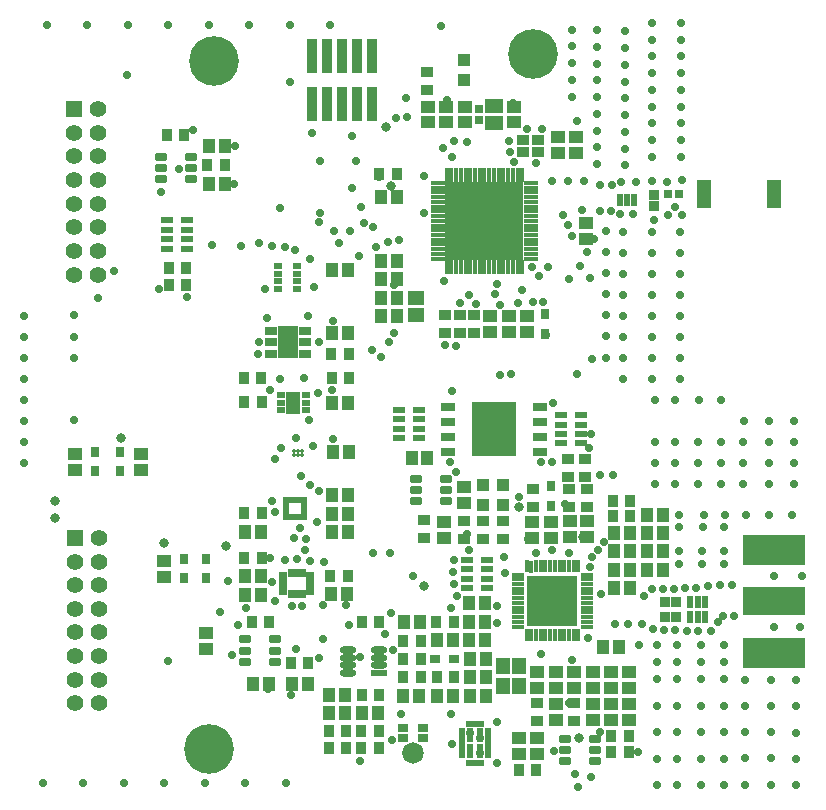
<source format=gts>
G04*
G04 #@! TF.GenerationSoftware,Altium Limited,Altium Designer,19.1.6 (110)*
G04*
G04 Layer_Color=8388736*
%FSLAX43Y43*%
%MOMM*%
G71*
G01*
G75*
%ADD36R,0.950X0.700*%
%ADD41R,0.700X0.950*%
%ADD42R,1.000X1.000*%
%ADD68R,1.303X2.403*%
%ADD69R,1.203X1.403*%
%ADD70R,4.203X4.203*%
%ADD71R,1.113X0.423*%
%ADD72R,0.423X1.113*%
%ADD73R,1.103X0.903*%
%ADD74R,1.153X1.053*%
%ADD75R,0.903X1.103*%
%ADD76R,1.103X0.628*%
%ADD77R,0.503X1.003*%
%ADD78R,5.283X2.616*%
%ADD79R,5.283X2.489*%
%ADD80R,0.963X0.923*%
G04:AMPARAMS|DCode=81|XSize=0.753mm|YSize=1.003mm|CornerRadius=0.151mm|HoleSize=0mm|Usage=FLASHONLY|Rotation=270.000|XOffset=0mm|YOffset=0mm|HoleType=Round|Shape=RoundedRectangle|*
%AMROUNDEDRECTD81*
21,1,0.753,0.701,0,0,270.0*
21,1,0.451,1.003,0,0,270.0*
1,1,0.302,-0.351,-0.226*
1,1,0.302,-0.351,0.226*
1,1,0.302,0.351,0.226*
1,1,0.302,0.351,-0.226*
%
%ADD81ROUNDEDRECTD81*%
%ADD82R,1.053X1.153*%
%ADD83R,0.603X1.153*%
%ADD84R,1.503X0.553*%
%ADD85R,0.553X2.503*%
%ADD86R,0.953X0.725*%
%ADD87R,0.503X0.553*%
%ADD88R,0.553X0.503*%
%ADD89R,0.703X0.553*%
%ADD90R,1.803X2.703*%
%ADD91R,1.053X0.653*%
%ADD92R,1.303X1.903*%
%ADD93R,0.803X0.553*%
%ADD94C,0.351*%
%ADD95R,3.703X4.603*%
%ADD96R,1.153X0.653*%
%ADD97R,1.453X1.203*%
%ADD98R,6.603X6.603*%
%ADD99R,1.173X0.423*%
%ADD100R,0.423X1.173*%
%ADD101R,0.503X0.503*%
%ADD102R,0.803X0.703*%
%ADD103R,0.923X0.963*%
%ADD104R,1.053X0.953*%
%ADD105R,1.593X1.193*%
%ADD106R,0.703X0.803*%
%ADD107R,0.965X2.997*%
%ADD108R,0.803X0.503*%
%ADD109R,0.503X0.803*%
%ADD110R,1.423X0.603*%
%ADD111O,1.423X0.603*%
%ADD112C,1.828*%
%ADD113C,1.403*%
%ADD114R,1.403X1.403*%
%ADD115C,4.203*%
%ADD116C,0.703*%
%ADD117C,0.803*%
D36*
X67725Y12750D02*
D03*
X69375D02*
D03*
D41*
X48350Y19575D02*
D03*
Y21225D02*
D03*
X46550Y19575D02*
D03*
Y21225D02*
D03*
X77076Y41925D02*
D03*
Y40275D02*
D03*
X38950Y30275D02*
D03*
Y28625D02*
D03*
X41100Y30275D02*
D03*
Y28625D02*
D03*
X77550Y27375D02*
D03*
Y25725D02*
D03*
D42*
X71838Y27514D02*
D03*
Y25814D02*
D03*
X73550Y27514D02*
D03*
Y25814D02*
D03*
X70250Y61800D02*
D03*
Y63500D02*
D03*
D68*
X90550Y52150D02*
D03*
X96450D02*
D03*
D69*
X73560Y12190D02*
D03*
Y10490D02*
D03*
X74860D02*
D03*
Y12190D02*
D03*
D70*
X77710Y17700D02*
D03*
D71*
X74810Y15500D02*
D03*
Y15900D02*
D03*
Y16300D02*
D03*
Y16700D02*
D03*
Y17100D02*
D03*
Y17500D02*
D03*
Y17900D02*
D03*
Y18300D02*
D03*
Y18700D02*
D03*
Y19100D02*
D03*
Y19500D02*
D03*
Y19900D02*
D03*
X80610D02*
D03*
Y19500D02*
D03*
Y19100D02*
D03*
Y18700D02*
D03*
Y18300D02*
D03*
Y17900D02*
D03*
Y17500D02*
D03*
Y17100D02*
D03*
Y16700D02*
D03*
Y16300D02*
D03*
Y15900D02*
D03*
Y15500D02*
D03*
D72*
X75510Y20600D02*
D03*
X75910Y20550D02*
D03*
X76310Y20600D02*
D03*
X76710D02*
D03*
X77110D02*
D03*
X77510D02*
D03*
X77910D02*
D03*
X78310D02*
D03*
X78710D02*
D03*
X79110D02*
D03*
X79510D02*
D03*
X79910D02*
D03*
Y14800D02*
D03*
X79510D02*
D03*
X79110D02*
D03*
X78710D02*
D03*
X78310D02*
D03*
X77910D02*
D03*
X77510D02*
D03*
X77110D02*
D03*
X76710D02*
D03*
X76310D02*
D03*
X75910D02*
D03*
X75510D02*
D03*
D73*
X73550Y22950D02*
D03*
Y24450D02*
D03*
X71850Y22950D02*
D03*
Y24450D02*
D03*
X70200Y24450D02*
D03*
Y22950D02*
D03*
X66850Y23000D02*
D03*
Y24500D02*
D03*
X79150Y25650D02*
D03*
Y27150D02*
D03*
X80650Y25635D02*
D03*
Y27135D02*
D03*
X79550Y9000D02*
D03*
Y7500D02*
D03*
X76400Y7500D02*
D03*
Y9000D02*
D03*
X79050Y28160D02*
D03*
Y29660D02*
D03*
X76050Y27100D02*
D03*
Y25600D02*
D03*
X80500Y28150D02*
D03*
Y29650D02*
D03*
X71060Y40350D02*
D03*
Y41850D02*
D03*
X69850Y40350D02*
D03*
Y41850D02*
D03*
X68640Y41850D02*
D03*
Y40350D02*
D03*
X67100Y62450D02*
D03*
Y60950D02*
D03*
D74*
X79160Y24425D02*
D03*
Y23075D02*
D03*
X80660D02*
D03*
Y24425D02*
D03*
X77560Y24375D02*
D03*
Y23025D02*
D03*
X68500Y22975D02*
D03*
Y24325D02*
D03*
X84222Y11675D02*
D03*
Y10325D02*
D03*
X82662Y10325D02*
D03*
Y11675D02*
D03*
X81101Y10325D02*
D03*
Y11675D02*
D03*
X79541Y10325D02*
D03*
Y11675D02*
D03*
X77981Y10325D02*
D03*
Y11675D02*
D03*
X76420Y10325D02*
D03*
Y11675D02*
D03*
X84222Y8915D02*
D03*
Y7565D02*
D03*
X82661Y7565D02*
D03*
Y8915D02*
D03*
X81101Y7565D02*
D03*
Y8915D02*
D03*
X77981Y7565D02*
D03*
Y8915D02*
D03*
X76400Y6025D02*
D03*
Y4675D02*
D03*
X74840Y6025D02*
D03*
Y4675D02*
D03*
X48400Y13625D02*
D03*
Y14975D02*
D03*
X44800Y19675D02*
D03*
Y21025D02*
D03*
X75566Y40475D02*
D03*
Y41825D02*
D03*
X74006Y40475D02*
D03*
Y41825D02*
D03*
X72446Y40475D02*
D03*
Y41825D02*
D03*
X80550Y48325D02*
D03*
Y49675D02*
D03*
X79700Y56925D02*
D03*
Y55575D02*
D03*
X78140Y56925D02*
D03*
Y55575D02*
D03*
X74410Y59525D02*
D03*
Y58175D02*
D03*
X70279Y59525D02*
D03*
Y58175D02*
D03*
X68719Y59525D02*
D03*
Y58175D02*
D03*
X67159Y59525D02*
D03*
Y58175D02*
D03*
X42850Y28775D02*
D03*
Y30125D02*
D03*
X37300Y30075D02*
D03*
Y28725D02*
D03*
X70201Y25975D02*
D03*
Y27325D02*
D03*
X76000Y23025D02*
D03*
Y24375D02*
D03*
D75*
X82800Y24850D02*
D03*
X84300D02*
D03*
X82800Y26150D02*
D03*
X84300D02*
D03*
X84150Y6200D02*
D03*
X82650D02*
D03*
X84150Y4900D02*
D03*
X82650D02*
D03*
X67850Y15900D02*
D03*
X69350D02*
D03*
X65050Y14300D02*
D03*
X66550D02*
D03*
X66550Y12750D02*
D03*
X65050D02*
D03*
X67900Y11200D02*
D03*
X69400D02*
D03*
X65050Y11200D02*
D03*
X66550D02*
D03*
X76350Y3365D02*
D03*
X74850D02*
D03*
X61550Y9700D02*
D03*
X63050D02*
D03*
X61500Y6650D02*
D03*
X63000D02*
D03*
X60250Y6650D02*
D03*
X58750D02*
D03*
X63000Y5250D02*
D03*
X61500D02*
D03*
X58750Y5250D02*
D03*
X60250D02*
D03*
X53100Y21300D02*
D03*
X51600D02*
D03*
X52250Y15900D02*
D03*
X53750D02*
D03*
X57050Y12450D02*
D03*
X55550D02*
D03*
X53100Y25150D02*
D03*
X51600D02*
D03*
X61550Y15900D02*
D03*
X63050D02*
D03*
X60400Y19800D02*
D03*
X58900D02*
D03*
X60500Y36500D02*
D03*
X59000D02*
D03*
X58950Y38550D02*
D03*
X60450D02*
D03*
X64550Y53800D02*
D03*
X63050D02*
D03*
X46700Y45850D02*
D03*
X45200D02*
D03*
X46700Y44390D02*
D03*
X45200D02*
D03*
X48500Y54550D02*
D03*
X50000D02*
D03*
X46550Y57150D02*
D03*
X45050D02*
D03*
X51600Y34550D02*
D03*
X53100D02*
D03*
X51550Y36500D02*
D03*
X53050D02*
D03*
D76*
X70500Y21160D02*
D03*
X70500Y20360D02*
D03*
Y19560D02*
D03*
Y18760D02*
D03*
X72200D02*
D03*
Y19560D02*
D03*
Y20360D02*
D03*
Y21160D02*
D03*
X66450Y33850D02*
D03*
Y33050D02*
D03*
Y32250D02*
D03*
Y31450D02*
D03*
X64750D02*
D03*
Y32250D02*
D03*
Y33050D02*
D03*
X64750Y33850D02*
D03*
X80150Y33400D02*
D03*
Y32600D02*
D03*
Y31800D02*
D03*
Y31000D02*
D03*
X78450D02*
D03*
Y31800D02*
D03*
Y32600D02*
D03*
X78450Y33400D02*
D03*
X46800Y49900D02*
D03*
Y49100D02*
D03*
Y48300D02*
D03*
Y47500D02*
D03*
X45100D02*
D03*
Y48300D02*
D03*
Y49100D02*
D03*
X45100Y49900D02*
D03*
D77*
X90660Y17600D02*
D03*
X90010D02*
D03*
X89360D02*
D03*
Y16300D02*
D03*
X90010D02*
D03*
X90660D02*
D03*
D78*
X96500Y22013D02*
D03*
Y13250D02*
D03*
D79*
Y17632D02*
D03*
D80*
X88190Y17560D02*
D03*
X87210D02*
D03*
X88190Y16300D02*
D03*
X87210D02*
D03*
D81*
X81325Y4100D02*
D03*
Y5050D02*
D03*
Y6000D02*
D03*
X78775D02*
D03*
Y5050D02*
D03*
Y4100D02*
D03*
X51675Y12500D02*
D03*
Y13450D02*
D03*
Y14400D02*
D03*
X54225D02*
D03*
Y13450D02*
D03*
Y12500D02*
D03*
X66125Y26110D02*
D03*
Y27060D02*
D03*
Y28010D02*
D03*
X68675D02*
D03*
Y27060D02*
D03*
Y26110D02*
D03*
X47125Y55250D02*
D03*
Y54300D02*
D03*
Y53350D02*
D03*
X44575D02*
D03*
Y54300D02*
D03*
Y55250D02*
D03*
D82*
X72025Y17450D02*
D03*
X70675D02*
D03*
X70675Y15890D02*
D03*
X72025D02*
D03*
X65125Y15900D02*
D03*
X66475D02*
D03*
X70675Y14329D02*
D03*
X72025D02*
D03*
X69265Y14350D02*
D03*
X67915D02*
D03*
X70725Y12769D02*
D03*
X72075D02*
D03*
X70725Y11209D02*
D03*
X72075D02*
D03*
X72075Y9600D02*
D03*
X70725D02*
D03*
X69315Y9600D02*
D03*
X67965D02*
D03*
X65075Y9600D02*
D03*
X66425D02*
D03*
X62925Y8150D02*
D03*
X61575D02*
D03*
X58815Y9710D02*
D03*
X60165D02*
D03*
X58815Y8150D02*
D03*
X60165D02*
D03*
X53025Y19800D02*
D03*
X51675D02*
D03*
X53025Y18200D02*
D03*
X51675D02*
D03*
X57025Y10650D02*
D03*
X55675D02*
D03*
X53675Y10640D02*
D03*
X52325D02*
D03*
X53025Y23500D02*
D03*
X51675D02*
D03*
X60325Y18250D02*
D03*
X58975D02*
D03*
X59075Y26600D02*
D03*
X60425D02*
D03*
X59075Y25040D02*
D03*
X60425D02*
D03*
X59075Y23479D02*
D03*
X60425D02*
D03*
X59125Y30250D02*
D03*
X60475D02*
D03*
X59075Y34450D02*
D03*
X60425D02*
D03*
X59075Y40350D02*
D03*
X60425D02*
D03*
X67125Y29800D02*
D03*
X65775D02*
D03*
X59050Y45650D02*
D03*
X60400D02*
D03*
X63225Y46450D02*
D03*
X64575D02*
D03*
X63225Y44890D02*
D03*
X64575D02*
D03*
X63225Y43329D02*
D03*
X64575D02*
D03*
X63225Y41769D02*
D03*
X64575D02*
D03*
X63225Y51850D02*
D03*
X64575D02*
D03*
X49975Y53000D02*
D03*
X48625D02*
D03*
X49975Y56150D02*
D03*
X48625D02*
D03*
X87033Y20300D02*
D03*
X85683D02*
D03*
X87035Y21860D02*
D03*
X85685D02*
D03*
X83375Y13800D02*
D03*
X82025D02*
D03*
X87035Y24981D02*
D03*
X85685D02*
D03*
X84275Y23450D02*
D03*
X82925D02*
D03*
X84275Y21860D02*
D03*
X82925D02*
D03*
X84272Y18800D02*
D03*
X82923D02*
D03*
X84273Y20300D02*
D03*
X82923D02*
D03*
X87035Y23421D02*
D03*
X85685D02*
D03*
D83*
X70725Y6275D02*
D03*
X71575D02*
D03*
Y4925D02*
D03*
X70725D02*
D03*
D84*
X71150Y7225D02*
D03*
Y3975D02*
D03*
D85*
X72275Y5600D02*
D03*
X70025D02*
D03*
D86*
X65050Y6872D02*
D03*
X66726D02*
D03*
X65050Y6050D02*
D03*
X66726D02*
D03*
D87*
X55650Y26250D02*
D03*
X56150D02*
D03*
Y24750D02*
D03*
X55650D02*
D03*
D88*
X56650Y26250D02*
D03*
Y25750D02*
D03*
Y25250D02*
D03*
Y24750D02*
D03*
X55150D02*
D03*
Y25250D02*
D03*
Y25750D02*
D03*
Y26250D02*
D03*
D89*
X56100Y44075D02*
D03*
Y44725D02*
D03*
Y45375D02*
D03*
Y46025D02*
D03*
X54500D02*
D03*
Y45375D02*
D03*
Y44725D02*
D03*
Y44075D02*
D03*
D90*
X55300Y39550D02*
D03*
D91*
X56750Y40550D02*
D03*
Y39550D02*
D03*
Y38550D02*
D03*
X53850D02*
D03*
Y39550D02*
D03*
Y40550D02*
D03*
D92*
X55750Y34450D02*
D03*
D93*
X56800Y35100D02*
D03*
Y34450D02*
D03*
Y33800D02*
D03*
X54700D02*
D03*
Y34450D02*
D03*
Y35100D02*
D03*
D94*
X55800Y30050D02*
D03*
Y30400D02*
D03*
X56150Y30050D02*
D03*
Y30400D02*
D03*
X56500Y30050D02*
D03*
Y30400D02*
D03*
D95*
X72760Y32200D02*
D03*
D96*
X68860Y30295D02*
D03*
Y31565D02*
D03*
Y32835D02*
D03*
Y34105D02*
D03*
X76660D02*
D03*
Y32835D02*
D03*
Y31565D02*
D03*
Y30295D02*
D03*
D97*
X66185Y41850D02*
D03*
Y43350D02*
D03*
D98*
X71950Y49850D02*
D03*
D99*
X68045Y46650D02*
D03*
Y47050D02*
D03*
Y47450D02*
D03*
Y47850D02*
D03*
Y48250D02*
D03*
Y48650D02*
D03*
Y49050D02*
D03*
Y49450D02*
D03*
Y49850D02*
D03*
Y50250D02*
D03*
Y50650D02*
D03*
Y51050D02*
D03*
Y51450D02*
D03*
Y51850D02*
D03*
Y52250D02*
D03*
Y52650D02*
D03*
Y53050D02*
D03*
X75855D02*
D03*
Y52650D02*
D03*
Y52250D02*
D03*
Y51850D02*
D03*
Y51450D02*
D03*
Y51050D02*
D03*
Y50650D02*
D03*
Y50250D02*
D03*
Y49850D02*
D03*
Y49450D02*
D03*
Y49050D02*
D03*
Y48650D02*
D03*
Y48250D02*
D03*
Y47850D02*
D03*
Y47450D02*
D03*
Y47050D02*
D03*
Y46650D02*
D03*
D100*
X68750Y53755D02*
D03*
X69150D02*
D03*
X69550D02*
D03*
X69950D02*
D03*
X70350D02*
D03*
X70750D02*
D03*
X71150D02*
D03*
X71550D02*
D03*
X71950D02*
D03*
X72350D02*
D03*
X72750D02*
D03*
X73150D02*
D03*
X73550D02*
D03*
X73950D02*
D03*
X74350D02*
D03*
X74750D02*
D03*
X75150D02*
D03*
Y45945D02*
D03*
X74750D02*
D03*
X74350D02*
D03*
X73950D02*
D03*
X73550D02*
D03*
X73150D02*
D03*
X72750D02*
D03*
X72350D02*
D03*
X71950D02*
D03*
X71550D02*
D03*
X71150D02*
D03*
X70750D02*
D03*
X70350D02*
D03*
X69950D02*
D03*
X69550D02*
D03*
X69150D02*
D03*
X68750D02*
D03*
D101*
X84637Y51350D02*
D03*
X84050D02*
D03*
X83463D02*
D03*
Y51850D02*
D03*
X84050D02*
D03*
X84637D02*
D03*
D102*
X88450Y52100D02*
D03*
X87450D02*
D03*
D103*
X86300Y51070D02*
D03*
Y52050D02*
D03*
D104*
X76525Y55675D02*
D03*
X75175D02*
D03*
X76525Y56725D02*
D03*
X75175D02*
D03*
D105*
X72750Y59605D02*
D03*
Y58095D02*
D03*
D106*
X71465Y58350D02*
D03*
Y59350D02*
D03*
D107*
X57360Y59718D02*
D03*
Y63782D02*
D03*
X58630Y59718D02*
D03*
Y63782D02*
D03*
X59900Y59718D02*
D03*
Y63782D02*
D03*
X61170Y59718D02*
D03*
Y63782D02*
D03*
X62440Y59718D02*
D03*
Y63782D02*
D03*
D108*
X54900Y19900D02*
D03*
Y19400D02*
D03*
Y18900D02*
D03*
Y18400D02*
D03*
X57200D02*
D03*
Y18900D02*
D03*
Y19400D02*
D03*
Y19900D02*
D03*
D109*
X55550Y18250D02*
D03*
X56050D02*
D03*
X56550D02*
D03*
Y20050D02*
D03*
X56050D02*
D03*
X55550D02*
D03*
D110*
X63020Y11550D02*
D03*
D111*
Y12200D02*
D03*
Y12850D02*
D03*
Y13500D02*
D03*
X60400Y11550D02*
D03*
Y12200D02*
D03*
Y12850D02*
D03*
Y13500D02*
D03*
D112*
X65888Y4798D02*
D03*
D113*
X39300Y9000D02*
D03*
Y11000D02*
D03*
Y13000D02*
D03*
Y15000D02*
D03*
Y17000D02*
D03*
Y19000D02*
D03*
Y21000D02*
D03*
Y23000D02*
D03*
X37300Y9000D02*
D03*
Y11000D02*
D03*
Y13000D02*
D03*
Y15000D02*
D03*
Y17000D02*
D03*
Y19000D02*
D03*
Y21000D02*
D03*
X37200Y57300D02*
D03*
Y55300D02*
D03*
Y53300D02*
D03*
Y51300D02*
D03*
Y49300D02*
D03*
Y47300D02*
D03*
Y45300D02*
D03*
X39200Y59300D02*
D03*
Y57300D02*
D03*
Y55300D02*
D03*
Y53300D02*
D03*
Y51300D02*
D03*
Y49300D02*
D03*
Y47300D02*
D03*
Y45300D02*
D03*
D114*
X37300Y23000D02*
D03*
X37200Y59300D02*
D03*
D115*
X48600Y5150D02*
D03*
X49050Y63400D02*
D03*
X76100Y63950D02*
D03*
D116*
X46050Y54250D02*
D03*
X69850Y42850D02*
D03*
X40550Y45600D02*
D03*
X81750Y28300D02*
D03*
X81000Y31800D02*
D03*
X82034Y22647D02*
D03*
X81050Y21350D02*
D03*
X79100Y21750D02*
D03*
X77700Y21950D02*
D03*
X76350Y21700D02*
D03*
X75600Y22900D02*
D03*
X57950Y49750D02*
D03*
X57150Y27500D02*
D03*
X56350Y23850D02*
D03*
X56850Y22950D02*
D03*
X55850Y23000D02*
D03*
X57750Y24350D02*
D03*
X54250Y29700D02*
D03*
X56000Y31500D02*
D03*
X79350Y60371D02*
D03*
Y61788D02*
D03*
Y63206D02*
D03*
Y64624D02*
D03*
Y66041D02*
D03*
X81450Y65991D02*
D03*
Y64574D02*
D03*
Y63156D02*
D03*
Y61738D02*
D03*
Y60321D02*
D03*
Y58903D02*
D03*
Y57485D02*
D03*
Y56068D02*
D03*
Y54650D02*
D03*
X82200Y41833D02*
D03*
Y45392D02*
D03*
Y47171D02*
D03*
Y48950D02*
D03*
Y43612D02*
D03*
Y40054D02*
D03*
Y38275D02*
D03*
X79807Y58267D02*
D03*
X76850Y57650D02*
D03*
X65307Y60217D02*
D03*
X68257Y66317D02*
D03*
X55457Y61567D02*
D03*
X58050Y54950D02*
D03*
X57307Y57317D02*
D03*
X81000Y2800D02*
D03*
X69157Y8117D02*
D03*
X64907D02*
D03*
X58307Y14467D02*
D03*
X56007Y13617D02*
D03*
X45157Y12617D02*
D03*
X49557Y16767D02*
D03*
X50257Y19367D02*
D03*
X37157Y33017D02*
D03*
Y38217D02*
D03*
Y40017D02*
D03*
Y41867D02*
D03*
X48857Y47817D02*
D03*
X51350Y47750D02*
D03*
X54000D02*
D03*
X61100Y54900D02*
D03*
X54600Y50900D02*
D03*
X41657Y62167D02*
D03*
X32950Y34683D02*
D03*
Y38242D02*
D03*
Y40021D02*
D03*
Y41800D02*
D03*
Y36462D02*
D03*
Y32904D02*
D03*
Y31125D02*
D03*
Y29346D02*
D03*
X83700Y36446D02*
D03*
X86150D02*
D03*
X83700Y38225D02*
D03*
X88500D02*
D03*
X86150Y40004D02*
D03*
X83700D02*
D03*
X86150Y45342D02*
D03*
X83700Y43562D02*
D03*
X88500Y45342D02*
D03*
X86150Y47121D02*
D03*
X88500Y41783D02*
D03*
X86150D02*
D03*
X88500Y43562D02*
D03*
X86150Y48900D02*
D03*
X83700D02*
D03*
Y47121D02*
D03*
X34900Y66417D02*
D03*
X38329D02*
D03*
X41757D02*
D03*
X45186D02*
D03*
X48614D02*
D03*
X52043D02*
D03*
X55471D02*
D03*
X58900D02*
D03*
X55121Y2267D02*
D03*
X51693D02*
D03*
X48264D02*
D03*
X44836D02*
D03*
X41407D02*
D03*
X37979D02*
D03*
X34550D02*
D03*
X86400Y34667D02*
D03*
X88100D02*
D03*
X90100D02*
D03*
X92000D02*
D03*
X93900Y32887D02*
D03*
X96050D02*
D03*
X98150D02*
D03*
X86350Y31108D02*
D03*
X88050D02*
D03*
X90050D02*
D03*
X92000D02*
D03*
X93850D02*
D03*
X96000D02*
D03*
X98200D02*
D03*
Y29329D02*
D03*
X96000D02*
D03*
X93850D02*
D03*
X92000D02*
D03*
X90050D02*
D03*
X88050D02*
D03*
X86350D02*
D03*
X98200Y27550D02*
D03*
X96000D02*
D03*
X93850D02*
D03*
X92000D02*
D03*
X90050D02*
D03*
X88050D02*
D03*
X86350D02*
D03*
X86550Y2050D02*
D03*
X88250D02*
D03*
X90250D02*
D03*
X92200D02*
D03*
X94050Y2100D02*
D03*
X96200D02*
D03*
X98350D02*
D03*
X86550Y4300D02*
D03*
X88250D02*
D03*
X90250D02*
D03*
X92200D02*
D03*
X94050Y4325D02*
D03*
X96200D02*
D03*
X98350Y4312D02*
D03*
X88500Y36446D02*
D03*
X62450Y38950D02*
D03*
X60700Y57000D02*
D03*
X59200Y49000D02*
D03*
X61500Y51050D02*
D03*
X61750Y49700D02*
D03*
X60550Y49000D02*
D03*
X62538Y49350D02*
D03*
X63750Y48050D02*
D03*
X61350Y46850D02*
D03*
X60750Y52650D02*
D03*
X63200Y51850D02*
D03*
X72350Y52700D02*
D03*
X69750Y49150D02*
D03*
X72079Y48758D02*
D03*
X74550Y50300D02*
D03*
X69200Y52650D02*
D03*
X74350Y52450D02*
D03*
X74300Y47500D02*
D03*
X69550D02*
D03*
X64250Y44400D02*
D03*
X63050Y46600D02*
D03*
X68550Y44772D02*
D03*
X72807Y43693D02*
D03*
X71250Y42800D02*
D03*
X70600Y43600D02*
D03*
X73000Y44500D02*
D03*
X64750Y48200D02*
D03*
X66846Y50546D02*
D03*
X63250Y43350D02*
D03*
X68650Y39300D02*
D03*
X69500Y39250D02*
D03*
X64300Y40350D02*
D03*
X63900Y39600D02*
D03*
X63200Y38300D02*
D03*
X77150Y40150D02*
D03*
X75800Y40450D02*
D03*
X76100Y43000D02*
D03*
X80050Y46000D02*
D03*
X80650Y47250D02*
D03*
X79100Y44900D02*
D03*
X77300Y45950D02*
D03*
X75950D02*
D03*
X80900Y45000D02*
D03*
X79000Y49500D02*
D03*
X79350Y48600D02*
D03*
X80550Y49700D02*
D03*
X76600Y45200D02*
D03*
X75100Y43950D02*
D03*
X78600Y50350D02*
D03*
X79050Y53250D02*
D03*
X79700Y55575D02*
D03*
X69350Y56600D02*
D03*
X69200Y55250D02*
D03*
X74850Y6050D02*
D03*
X50750Y53000D02*
D03*
X47250Y57550D02*
D03*
X46750Y43400D02*
D03*
X44550Y52250D02*
D03*
X50850Y56150D02*
D03*
X78150Y56950D02*
D03*
X74400Y59850D02*
D03*
X68750Y60050D02*
D03*
X39250Y43300D02*
D03*
X44400Y44050D02*
D03*
X73250Y36800D02*
D03*
X76900Y43000D02*
D03*
X74750Y42900D02*
D03*
X73250Y42750D02*
D03*
X55950Y47350D02*
D03*
X57150Y46650D02*
D03*
X60450Y45650D02*
D03*
X57550Y44250D02*
D03*
X62800Y47650D02*
D03*
X59650Y48000D02*
D03*
X58000Y50550D02*
D03*
X66850Y53650D02*
D03*
X68450Y56050D02*
D03*
X70450Y56500D02*
D03*
X74200Y36850D02*
D03*
X79150Y9000D02*
D03*
X79160Y17750D02*
D03*
X81076Y11675D02*
D03*
X81051Y8915D02*
D03*
X79050Y16450D02*
D03*
X74950Y12400D02*
D03*
X73600Y21400D02*
D03*
X76300Y17650D02*
D03*
X76750Y13150D02*
D03*
X73700Y20050D02*
D03*
X77810Y17700D02*
D03*
X81700Y6550D02*
D03*
X77700Y29450D02*
D03*
X76750Y29400D02*
D03*
X78750Y25850D02*
D03*
X84100Y15700D02*
D03*
X85250D02*
D03*
X83000D02*
D03*
X79650Y3050D02*
D03*
X79900Y1950D02*
D03*
X53650Y10200D02*
D03*
X51100Y15600D02*
D03*
X62500Y21750D02*
D03*
X56750Y22000D02*
D03*
X53037Y19867D02*
D03*
X55650Y17250D02*
D03*
X55050Y21100D02*
D03*
X53800Y21300D02*
D03*
X42850Y28650D02*
D03*
X37250Y30100D02*
D03*
X48400Y13500D02*
D03*
X44800Y19600D02*
D03*
X53025Y23500D02*
D03*
X62950Y15800D02*
D03*
X63500Y14900D02*
D03*
X60200Y17350D02*
D03*
X50600Y13050D02*
D03*
X60450Y15600D02*
D03*
X54000Y19250D02*
D03*
X54200Y17700D02*
D03*
X56500Y17250D02*
D03*
X55550Y9700D02*
D03*
X57950Y12850D02*
D03*
X52900Y47950D02*
D03*
X52800Y38550D02*
D03*
X53800Y35500D02*
D03*
X53100Y34450D02*
D03*
X81050Y38150D02*
D03*
X63950Y21700D02*
D03*
X57200Y21050D02*
D03*
X58750Y8150D02*
D03*
X82850Y28300D02*
D03*
X69400Y19100D02*
D03*
X58400Y21000D02*
D03*
X59100Y31400D02*
D03*
X59050Y35500D02*
D03*
X59100Y41400D02*
D03*
X59050Y45650D02*
D03*
X60425Y40350D02*
D03*
X60500Y34450D02*
D03*
Y30150D02*
D03*
X60425Y25040D02*
D03*
X81700Y50700D02*
D03*
X82650D02*
D03*
X82800Y26150D02*
D03*
Y24850D02*
D03*
X81550Y22000D02*
D03*
X77100Y18800D02*
D03*
X79150D02*
D03*
X80850Y20500D02*
D03*
X72025Y15890D02*
D03*
X69150Y17050D02*
D03*
X69600Y18100D02*
D03*
X73050Y15800D02*
D03*
Y17200D02*
D03*
X80700Y14550D02*
D03*
X54700Y30600D02*
D03*
X55050Y47650D02*
D03*
X56650Y36550D02*
D03*
X57850Y35250D02*
D03*
X57000Y41750D02*
D03*
X53500Y41650D02*
D03*
X57100Y33000D02*
D03*
X54600Y36450D02*
D03*
X57450Y30750D02*
D03*
X56400Y28250D02*
D03*
X53100Y25100D02*
D03*
X54250Y25200D02*
D03*
X53400Y44050D02*
D03*
X57900Y39550D02*
D03*
X52850D02*
D03*
X57900Y26950D02*
D03*
X53950Y26150D02*
D03*
X59075Y25040D02*
D03*
X51750Y17100D02*
D03*
X58300Y17350D02*
D03*
X56050Y21200D02*
D03*
X64050Y16650D02*
D03*
X65900Y19750D02*
D03*
X58750Y5200D02*
D03*
X61400Y4100D02*
D03*
X61450Y12950D02*
D03*
X60165Y9710D02*
D03*
X66475Y15900D02*
D03*
X64200Y13550D02*
D03*
X66550Y12750D02*
D03*
X76400Y9000D02*
D03*
X74850Y26500D02*
D03*
X77800Y4950D02*
D03*
X84950Y4900D02*
D03*
X64150Y5900D02*
D03*
X67950Y9600D02*
D03*
X69200Y5550D02*
D03*
X73050Y3950D02*
D03*
X73000Y7400D02*
D03*
X70750Y6500D02*
D03*
X79800Y36900D02*
D03*
X70450Y23300D02*
D03*
X70650Y21950D02*
D03*
X69350Y21100D02*
D03*
X69250Y20150D02*
D03*
X65400Y58650D02*
D03*
X64450Y58550D02*
D03*
X69000Y29400D02*
D03*
X71550Y4800D02*
D03*
X70725Y9600D02*
D03*
X71550Y6050D02*
D03*
X63000Y53600D02*
D03*
X69501Y28608D02*
D03*
X59900Y58750D02*
D03*
X57350Y64850D02*
D03*
X59950D02*
D03*
X61200D02*
D03*
X69200Y35400D02*
D03*
X80800Y30600D02*
D03*
X77750Y34400D02*
D03*
X72760Y32200D02*
D03*
X75550Y57650D02*
D03*
X72450Y40450D02*
D03*
X81200Y48300D02*
D03*
X74050Y56600D02*
D03*
X74150Y55650D02*
D03*
X74482Y54790D02*
D03*
X83850Y54550D02*
D03*
Y55968D02*
D03*
Y57385D02*
D03*
Y58803D02*
D03*
Y60221D02*
D03*
Y61638D02*
D03*
Y63056D02*
D03*
Y64474D02*
D03*
Y65891D02*
D03*
X86150Y55259D02*
D03*
Y56676D02*
D03*
Y58094D02*
D03*
Y59512D02*
D03*
Y60929D02*
D03*
Y62347D02*
D03*
Y63765D02*
D03*
Y65182D02*
D03*
Y66600D02*
D03*
X83700Y45342D02*
D03*
Y41783D02*
D03*
X86150Y43562D02*
D03*
Y38225D02*
D03*
X88500Y40004D02*
D03*
Y47121D02*
D03*
Y48900D02*
D03*
X88600Y66600D02*
D03*
Y65182D02*
D03*
Y63765D02*
D03*
Y62347D02*
D03*
Y60929D02*
D03*
Y59512D02*
D03*
Y58094D02*
D03*
Y56676D02*
D03*
Y55259D02*
D03*
X88650Y53300D02*
D03*
X87400Y53150D02*
D03*
X86300Y49900D02*
D03*
X86150Y53200D02*
D03*
X84750Y53150D02*
D03*
X83500Y53100D02*
D03*
X82750Y52850D02*
D03*
X81750D02*
D03*
X88650Y50300D02*
D03*
X88100Y51050D02*
D03*
X87450Y50300D02*
D03*
X84550Y50400D02*
D03*
X83450D02*
D03*
X80177Y50723D02*
D03*
X77650Y53250D02*
D03*
X80350D02*
D03*
X76350Y54750D02*
D03*
X98350Y6525D02*
D03*
X96200Y6550D02*
D03*
X94050D02*
D03*
X92200Y6550D02*
D03*
X90250D02*
D03*
X88250D02*
D03*
X86550D02*
D03*
X98350Y8738D02*
D03*
X96200Y8775D02*
D03*
X94050D02*
D03*
X92200Y8800D02*
D03*
X90250D02*
D03*
X88250D02*
D03*
X86550D02*
D03*
X98350Y10950D02*
D03*
X96200Y11000D02*
D03*
X94050D02*
D03*
X86550Y11050D02*
D03*
X88250D02*
D03*
X90250D02*
D03*
X92200D02*
D03*
X86550Y12475D02*
D03*
X88250D02*
D03*
X90250D02*
D03*
X92200D02*
D03*
X86550Y13900D02*
D03*
X92200D02*
D03*
X90250D02*
D03*
X88250D02*
D03*
X85050D02*
D03*
X98250Y13250D02*
D03*
X94750Y13200D02*
D03*
X98650Y15500D02*
D03*
X96500Y15450D02*
D03*
X96450Y19800D02*
D03*
X98400Y21860D02*
D03*
X94750Y22890D02*
D03*
X98850Y19800D02*
D03*
X97950Y24950D02*
D03*
X96000D02*
D03*
X94100D02*
D03*
X92250Y20830D02*
D03*
X92200Y21860D02*
D03*
X92250Y23920D02*
D03*
X92300Y24950D02*
D03*
X90400Y21860D02*
D03*
X90450Y23920D02*
D03*
X90500Y24950D02*
D03*
X88450D02*
D03*
Y23920D02*
D03*
Y21860D02*
D03*
Y20830D02*
D03*
X93050Y16350D02*
D03*
X92150D02*
D03*
X91700Y15900D02*
D03*
X91100Y15150D02*
D03*
X90050Y15100D02*
D03*
X89100Y15150D02*
D03*
X88100Y15200D02*
D03*
X87150D02*
D03*
X86200Y15250D02*
D03*
X92950Y19000D02*
D03*
X91900D02*
D03*
X90850Y18950D02*
D03*
X89850Y18800D02*
D03*
X88900Y18750D02*
D03*
X88000Y18700D02*
D03*
X87050D02*
D03*
X86150Y18650D02*
D03*
X85500Y18050D02*
D03*
X90350Y20830D02*
D03*
X96510Y22890D02*
D03*
Y13200D02*
D03*
X81823Y18227D02*
D03*
X75950Y24350D02*
D03*
X76460Y16250D02*
D03*
X73550Y27514D02*
D03*
X67850Y15800D02*
D03*
X70725Y11209D02*
D03*
X72100Y12750D02*
D03*
X69350D02*
D03*
X67915Y14350D02*
D03*
X84250Y20300D02*
D03*
X80700Y25650D02*
D03*
X80350Y24400D02*
D03*
X82000Y13800D02*
D03*
X84300Y26150D02*
D03*
Y23450D02*
D03*
X83400Y13800D02*
D03*
X78000Y10350D02*
D03*
X84250Y10300D02*
D03*
X82650D02*
D03*
Y7550D02*
D03*
X79400Y12700D02*
D03*
X76420Y10325D02*
D03*
X73550Y10500D02*
D03*
X85688Y20270D02*
D03*
D117*
X48550Y53175D02*
D03*
X50100Y22350D02*
D03*
X35550Y26100D02*
D03*
X79150Y27150D02*
D03*
X41150Y31500D02*
D03*
X44800Y22600D02*
D03*
X35600Y24650D02*
D03*
X64050Y52800D02*
D03*
X83000Y20350D02*
D03*
X80300Y23100D02*
D03*
X66800Y18900D02*
D03*
X79950Y6050D02*
D03*
X63600Y57800D02*
D03*
X74850Y25600D02*
D03*
X67100Y58200D02*
D03*
X72025Y14329D02*
D03*
X77626Y23100D02*
D03*
M02*

</source>
